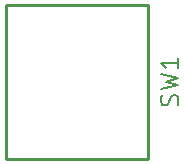
<source format=gto>
G04 (created by PCBNEW (2013-07-07 BZR 4022)-stable) date 2015/08/15 16:03:12*
%MOIN*%
G04 Gerber Fmt 3.4, Leading zero omitted, Abs format*
%FSLAX34Y34*%
G01*
G70*
G90*
G04 APERTURE LIST*
%ADD10C,0.00590551*%
%ADD11C,0.00984252*%
%ADD12C,0.00787402*%
G04 APERTURE END LIST*
G54D10*
G54D11*
X120472Y-81299D02*
X115748Y-81299D01*
X115748Y-81299D02*
X115748Y-76181D01*
X120472Y-76181D02*
X120472Y-81299D01*
X115748Y-76181D02*
X120472Y-76181D01*
G54D12*
X121470Y-79527D02*
X121498Y-79443D01*
X121498Y-79302D01*
X121470Y-79246D01*
X121442Y-79218D01*
X121386Y-79190D01*
X121330Y-79190D01*
X121273Y-79218D01*
X121245Y-79246D01*
X121217Y-79302D01*
X121189Y-79415D01*
X121161Y-79471D01*
X121133Y-79499D01*
X121077Y-79527D01*
X121020Y-79527D01*
X120964Y-79499D01*
X120936Y-79471D01*
X120908Y-79415D01*
X120908Y-79274D01*
X120936Y-79190D01*
X120908Y-78993D02*
X121498Y-78852D01*
X121077Y-78740D01*
X121498Y-78627D01*
X120908Y-78487D01*
X121498Y-77952D02*
X121498Y-78290D01*
X121498Y-78121D02*
X120908Y-78121D01*
X120992Y-78177D01*
X121048Y-78233D01*
X121077Y-78290D01*
M02*

</source>
